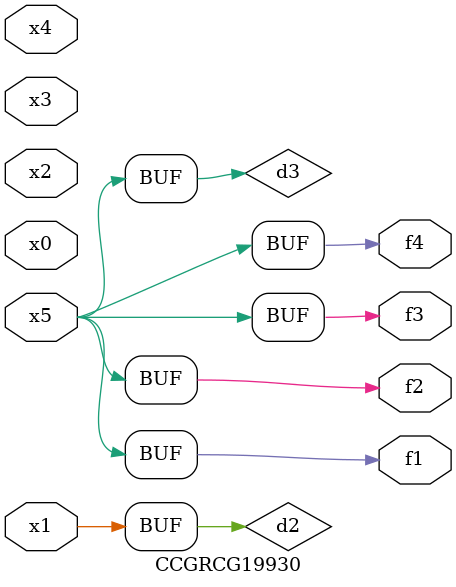
<source format=v>
module CCGRCG19930(
	input x0, x1, x2, x3, x4, x5,
	output f1, f2, f3, f4
);

	wire d1, d2, d3;

	not (d1, x5);
	or (d2, x1);
	xnor (d3, d1);
	assign f1 = d3;
	assign f2 = d3;
	assign f3 = d3;
	assign f4 = d3;
endmodule

</source>
